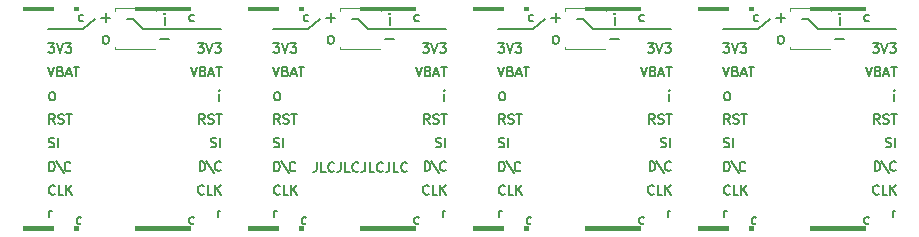
<source format=gto>
%TF.GenerationSoftware,KiCad,Pcbnew,(5.1.9)-1*%
%TF.CreationDate,2021-10-01T07:45:35+02:00*%
%TF.ProjectId,poly_kb_1Ux4,706f6c79-5f6b-4625-9f31-5578342e6b69,rev?*%
%TF.SameCoordinates,Original*%
%TF.FileFunction,Legend,Top*%
%TF.FilePolarity,Positive*%
%FSLAX46Y46*%
G04 Gerber Fmt 4.6, Leading zero omitted, Abs format (unit mm)*
G04 Created by KiCad (PCBNEW (5.1.9)-1) date 2021-10-01 07:45:35*
%MOMM*%
%LPD*%
G01*
G04 APERTURE LIST*
%ADD10C,0.153000*%
%ADD11C,0.150000*%
%ADD12C,0.180000*%
%ADD13C,0.127000*%
%ADD14C,0.120000*%
%ADD15R,0.950000X0.800000*%
%ADD16C,1.700000*%
%ADD17C,4.000000*%
%ADD18C,2.200000*%
%ADD19R,2.000000X1.500000*%
%ADD20R,1.500000X1.500000*%
G04 APERTURE END LIST*
D10*
X166808291Y-90527770D02*
X167074957Y-91327770D01*
X167341624Y-90527770D01*
X167874957Y-90908723D02*
X167989243Y-90946818D01*
X168027338Y-90984913D01*
X168065434Y-91061104D01*
X168065434Y-91175389D01*
X168027338Y-91251580D01*
X167989243Y-91289675D01*
X167913053Y-91327770D01*
X167608291Y-91327770D01*
X167608291Y-90527770D01*
X167874957Y-90527770D01*
X167951148Y-90565866D01*
X167989243Y-90603961D01*
X168027338Y-90680151D01*
X168027338Y-90756342D01*
X167989243Y-90832532D01*
X167951148Y-90870627D01*
X167874957Y-90908723D01*
X167608291Y-90908723D01*
X168370196Y-91099199D02*
X168751148Y-91099199D01*
X168294005Y-91327770D02*
X168560672Y-90527770D01*
X168827338Y-91327770D01*
X168979719Y-90527770D02*
X169436862Y-90527770D01*
X169208291Y-91327770D02*
X169208291Y-90527770D01*
X147758291Y-90527770D02*
X148024957Y-91327770D01*
X148291624Y-90527770D01*
X148824957Y-90908723D02*
X148939243Y-90946818D01*
X148977338Y-90984913D01*
X149015434Y-91061104D01*
X149015434Y-91175389D01*
X148977338Y-91251580D01*
X148939243Y-91289675D01*
X148863053Y-91327770D01*
X148558291Y-91327770D01*
X148558291Y-90527770D01*
X148824957Y-90527770D01*
X148901148Y-90565866D01*
X148939243Y-90603961D01*
X148977338Y-90680151D01*
X148977338Y-90756342D01*
X148939243Y-90832532D01*
X148901148Y-90870627D01*
X148824957Y-90908723D01*
X148558291Y-90908723D01*
X149320196Y-91099199D02*
X149701148Y-91099199D01*
X149244005Y-91327770D02*
X149510672Y-90527770D01*
X149777338Y-91327770D01*
X149929719Y-90527770D02*
X150386862Y-90527770D01*
X150158291Y-91327770D02*
X150158291Y-90527770D01*
X128708291Y-90527770D02*
X128974957Y-91327770D01*
X129241624Y-90527770D01*
X129774957Y-90908723D02*
X129889243Y-90946818D01*
X129927338Y-90984913D01*
X129965434Y-91061104D01*
X129965434Y-91175389D01*
X129927338Y-91251580D01*
X129889243Y-91289675D01*
X129813053Y-91327770D01*
X129508291Y-91327770D01*
X129508291Y-90527770D01*
X129774957Y-90527770D01*
X129851148Y-90565866D01*
X129889243Y-90603961D01*
X129927338Y-90680151D01*
X129927338Y-90756342D01*
X129889243Y-90832532D01*
X129851148Y-90870627D01*
X129774957Y-90908723D01*
X129508291Y-90908723D01*
X130270196Y-91099199D02*
X130651148Y-91099199D01*
X130194005Y-91327770D02*
X130460672Y-90527770D01*
X130727338Y-91327770D01*
X130879719Y-90527770D02*
X131336862Y-90527770D01*
X131108291Y-91327770D02*
X131108291Y-90527770D01*
X169252900Y-93454480D02*
X169252900Y-92787814D01*
X169252900Y-92454480D02*
X169205280Y-92502100D01*
X169252900Y-92549719D01*
X169300519Y-92502100D01*
X169252900Y-92454480D01*
X169252900Y-92549719D01*
X150202900Y-93454480D02*
X150202900Y-92787814D01*
X150202900Y-92454480D02*
X150155280Y-92502100D01*
X150202900Y-92549719D01*
X150250519Y-92502100D01*
X150202900Y-92454480D01*
X150202900Y-92549719D01*
X131152900Y-93454480D02*
X131152900Y-92787814D01*
X131152900Y-92454480D02*
X131105280Y-92502100D01*
X131152900Y-92549719D01*
X131200519Y-92502100D01*
X131152900Y-92454480D01*
X131152900Y-92549719D01*
X168522576Y-97296773D02*
X168636862Y-97334868D01*
X168827338Y-97334868D01*
X168903528Y-97296773D01*
X168941624Y-97258678D01*
X168979719Y-97182487D01*
X168979719Y-97106297D01*
X168941624Y-97030106D01*
X168903528Y-96992011D01*
X168827338Y-96953916D01*
X168674957Y-96915821D01*
X168598766Y-96877725D01*
X168560671Y-96839630D01*
X168522576Y-96763440D01*
X168522576Y-96687249D01*
X168560671Y-96611059D01*
X168598766Y-96572964D01*
X168674957Y-96534868D01*
X168865433Y-96534868D01*
X168979719Y-96572964D01*
X169322576Y-97334868D02*
X169322576Y-96534868D01*
X149472576Y-97296773D02*
X149586862Y-97334868D01*
X149777338Y-97334868D01*
X149853528Y-97296773D01*
X149891624Y-97258678D01*
X149929719Y-97182487D01*
X149929719Y-97106297D01*
X149891624Y-97030106D01*
X149853528Y-96992011D01*
X149777338Y-96953916D01*
X149624957Y-96915821D01*
X149548766Y-96877725D01*
X149510671Y-96839630D01*
X149472576Y-96763440D01*
X149472576Y-96687249D01*
X149510671Y-96611059D01*
X149548766Y-96572964D01*
X149624957Y-96534868D01*
X149815433Y-96534868D01*
X149929719Y-96572964D01*
X150272576Y-97334868D02*
X150272576Y-96534868D01*
X130422576Y-97296773D02*
X130536862Y-97334868D01*
X130727338Y-97334868D01*
X130803528Y-97296773D01*
X130841624Y-97258678D01*
X130879719Y-97182487D01*
X130879719Y-97106297D01*
X130841624Y-97030106D01*
X130803528Y-96992011D01*
X130727338Y-96953916D01*
X130574957Y-96915821D01*
X130498766Y-96877725D01*
X130460671Y-96839630D01*
X130422576Y-96763440D01*
X130422576Y-96687249D01*
X130460671Y-96611059D01*
X130498766Y-96572964D01*
X130574957Y-96534868D01*
X130765433Y-96534868D01*
X130879719Y-96572964D01*
X131222576Y-97334868D02*
X131222576Y-96534868D01*
X167570195Y-99337234D02*
X167570195Y-98537234D01*
X167760671Y-98537234D01*
X167874957Y-98575330D01*
X167951147Y-98651520D01*
X167989243Y-98727710D01*
X168027338Y-98880091D01*
X168027338Y-98994377D01*
X167989243Y-99146758D01*
X167951147Y-99222949D01*
X167874957Y-99299139D01*
X167760671Y-99337234D01*
X167570195Y-99337234D01*
X168103528Y-98461044D02*
X168789243Y-99489615D01*
X169360671Y-99261044D02*
X169322576Y-99299139D01*
X169208290Y-99337234D01*
X169132100Y-99337234D01*
X169017814Y-99299139D01*
X168941624Y-99222949D01*
X168903528Y-99146758D01*
X168865433Y-98994377D01*
X168865433Y-98880091D01*
X168903528Y-98727710D01*
X168941624Y-98651520D01*
X169017814Y-98575330D01*
X169132100Y-98537234D01*
X169208290Y-98537234D01*
X169322576Y-98575330D01*
X169360671Y-98613425D01*
X148520195Y-99337234D02*
X148520195Y-98537234D01*
X148710671Y-98537234D01*
X148824957Y-98575330D01*
X148901147Y-98651520D01*
X148939243Y-98727710D01*
X148977338Y-98880091D01*
X148977338Y-98994377D01*
X148939243Y-99146758D01*
X148901147Y-99222949D01*
X148824957Y-99299139D01*
X148710671Y-99337234D01*
X148520195Y-99337234D01*
X149053528Y-98461044D02*
X149739243Y-99489615D01*
X150310671Y-99261044D02*
X150272576Y-99299139D01*
X150158290Y-99337234D01*
X150082100Y-99337234D01*
X149967814Y-99299139D01*
X149891624Y-99222949D01*
X149853528Y-99146758D01*
X149815433Y-98994377D01*
X149815433Y-98880091D01*
X149853528Y-98727710D01*
X149891624Y-98651520D01*
X149967814Y-98575330D01*
X150082100Y-98537234D01*
X150158290Y-98537234D01*
X150272576Y-98575330D01*
X150310671Y-98613425D01*
X129470195Y-99337234D02*
X129470195Y-98537234D01*
X129660671Y-98537234D01*
X129774957Y-98575330D01*
X129851147Y-98651520D01*
X129889243Y-98727710D01*
X129927338Y-98880091D01*
X129927338Y-98994377D01*
X129889243Y-99146758D01*
X129851147Y-99222949D01*
X129774957Y-99299139D01*
X129660671Y-99337234D01*
X129470195Y-99337234D01*
X130003528Y-98461044D02*
X130689243Y-99489615D01*
X131260671Y-99261044D02*
X131222576Y-99299139D01*
X131108290Y-99337234D01*
X131032100Y-99337234D01*
X130917814Y-99299139D01*
X130841624Y-99222949D01*
X130803528Y-99146758D01*
X130765433Y-98994377D01*
X130765433Y-98880091D01*
X130803528Y-98727710D01*
X130841624Y-98651520D01*
X130917814Y-98575330D01*
X131032100Y-98537234D01*
X131108290Y-98537234D01*
X131222576Y-98575330D01*
X131260671Y-98613425D01*
X169106857Y-103231904D02*
X169106857Y-102698571D01*
X169106857Y-102850952D02*
X169144952Y-102774761D01*
X169183047Y-102736666D01*
X169259238Y-102698571D01*
X169335428Y-102698571D01*
X150056857Y-103231904D02*
X150056857Y-102698571D01*
X150056857Y-102850952D02*
X150094952Y-102774761D01*
X150133047Y-102736666D01*
X150209238Y-102698571D01*
X150285428Y-102698571D01*
X131006857Y-103231904D02*
X131006857Y-102698571D01*
X131006857Y-102850952D02*
X131044952Y-102774761D01*
X131083047Y-102736666D01*
X131159238Y-102698571D01*
X131235428Y-102698571D01*
X167417814Y-88525404D02*
X167913052Y-88525404D01*
X167646386Y-88830166D01*
X167760671Y-88830166D01*
X167836862Y-88868261D01*
X167874957Y-88906357D01*
X167913052Y-88982547D01*
X167913052Y-89173023D01*
X167874957Y-89249214D01*
X167836862Y-89287309D01*
X167760671Y-89325404D01*
X167532100Y-89325404D01*
X167455910Y-89287309D01*
X167417814Y-89249214D01*
X168141624Y-88525404D02*
X168408291Y-89325404D01*
X168674957Y-88525404D01*
X168865433Y-88525404D02*
X169360671Y-88525404D01*
X169094005Y-88830166D01*
X169208291Y-88830166D01*
X169284481Y-88868261D01*
X169322576Y-88906357D01*
X169360671Y-88982547D01*
X169360671Y-89173023D01*
X169322576Y-89249214D01*
X169284481Y-89287309D01*
X169208291Y-89325404D01*
X168979719Y-89325404D01*
X168903529Y-89287309D01*
X168865433Y-89249214D01*
X148367814Y-88525404D02*
X148863052Y-88525404D01*
X148596386Y-88830166D01*
X148710671Y-88830166D01*
X148786862Y-88868261D01*
X148824957Y-88906357D01*
X148863052Y-88982547D01*
X148863052Y-89173023D01*
X148824957Y-89249214D01*
X148786862Y-89287309D01*
X148710671Y-89325404D01*
X148482100Y-89325404D01*
X148405910Y-89287309D01*
X148367814Y-89249214D01*
X149091624Y-88525404D02*
X149358291Y-89325404D01*
X149624957Y-88525404D01*
X149815433Y-88525404D02*
X150310671Y-88525404D01*
X150044005Y-88830166D01*
X150158291Y-88830166D01*
X150234481Y-88868261D01*
X150272576Y-88906357D01*
X150310671Y-88982547D01*
X150310671Y-89173023D01*
X150272576Y-89249214D01*
X150234481Y-89287309D01*
X150158291Y-89325404D01*
X149929719Y-89325404D01*
X149853529Y-89287309D01*
X149815433Y-89249214D01*
X129317814Y-88525404D02*
X129813052Y-88525404D01*
X129546386Y-88830166D01*
X129660671Y-88830166D01*
X129736862Y-88868261D01*
X129774957Y-88906357D01*
X129813052Y-88982547D01*
X129813052Y-89173023D01*
X129774957Y-89249214D01*
X129736862Y-89287309D01*
X129660671Y-89325404D01*
X129432100Y-89325404D01*
X129355910Y-89287309D01*
X129317814Y-89249214D01*
X130041624Y-88525404D02*
X130308291Y-89325404D01*
X130574957Y-88525404D01*
X130765433Y-88525404D02*
X131260671Y-88525404D01*
X130994005Y-88830166D01*
X131108291Y-88830166D01*
X131184481Y-88868261D01*
X131222576Y-88906357D01*
X131260671Y-88982547D01*
X131260671Y-89173023D01*
X131222576Y-89249214D01*
X131184481Y-89287309D01*
X131108291Y-89325404D01*
X130879719Y-89325404D01*
X130803529Y-89287309D01*
X130765433Y-89249214D01*
X167989242Y-95332502D02*
X167722576Y-94951550D01*
X167532099Y-95332502D02*
X167532099Y-94532502D01*
X167836861Y-94532502D01*
X167913052Y-94570598D01*
X167951147Y-94608693D01*
X167989242Y-94684883D01*
X167989242Y-94799169D01*
X167951147Y-94875359D01*
X167913052Y-94913455D01*
X167836861Y-94951550D01*
X167532099Y-94951550D01*
X168294004Y-95294407D02*
X168408290Y-95332502D01*
X168598766Y-95332502D01*
X168674957Y-95294407D01*
X168713052Y-95256312D01*
X168751147Y-95180121D01*
X168751147Y-95103931D01*
X168713052Y-95027740D01*
X168674957Y-94989645D01*
X168598766Y-94951550D01*
X168446385Y-94913455D01*
X168370195Y-94875359D01*
X168332099Y-94837264D01*
X168294004Y-94761074D01*
X168294004Y-94684883D01*
X168332099Y-94608693D01*
X168370195Y-94570598D01*
X168446385Y-94532502D01*
X168636861Y-94532502D01*
X168751147Y-94570598D01*
X168979718Y-94532502D02*
X169436861Y-94532502D01*
X169208290Y-95332502D02*
X169208290Y-94532502D01*
X148939242Y-95332502D02*
X148672576Y-94951550D01*
X148482099Y-95332502D02*
X148482099Y-94532502D01*
X148786861Y-94532502D01*
X148863052Y-94570598D01*
X148901147Y-94608693D01*
X148939242Y-94684883D01*
X148939242Y-94799169D01*
X148901147Y-94875359D01*
X148863052Y-94913455D01*
X148786861Y-94951550D01*
X148482099Y-94951550D01*
X149244004Y-95294407D02*
X149358290Y-95332502D01*
X149548766Y-95332502D01*
X149624957Y-95294407D01*
X149663052Y-95256312D01*
X149701147Y-95180121D01*
X149701147Y-95103931D01*
X149663052Y-95027740D01*
X149624957Y-94989645D01*
X149548766Y-94951550D01*
X149396385Y-94913455D01*
X149320195Y-94875359D01*
X149282099Y-94837264D01*
X149244004Y-94761074D01*
X149244004Y-94684883D01*
X149282099Y-94608693D01*
X149320195Y-94570598D01*
X149396385Y-94532502D01*
X149586861Y-94532502D01*
X149701147Y-94570598D01*
X149929718Y-94532502D02*
X150386861Y-94532502D01*
X150158290Y-95332502D02*
X150158290Y-94532502D01*
X129889242Y-95332502D02*
X129622576Y-94951550D01*
X129432099Y-95332502D02*
X129432099Y-94532502D01*
X129736861Y-94532502D01*
X129813052Y-94570598D01*
X129851147Y-94608693D01*
X129889242Y-94684883D01*
X129889242Y-94799169D01*
X129851147Y-94875359D01*
X129813052Y-94913455D01*
X129736861Y-94951550D01*
X129432099Y-94951550D01*
X130194004Y-95294407D02*
X130308290Y-95332502D01*
X130498766Y-95332502D01*
X130574957Y-95294407D01*
X130613052Y-95256312D01*
X130651147Y-95180121D01*
X130651147Y-95103931D01*
X130613052Y-95027740D01*
X130574957Y-94989645D01*
X130498766Y-94951550D01*
X130346385Y-94913455D01*
X130270195Y-94875359D01*
X130232099Y-94837264D01*
X130194004Y-94761074D01*
X130194004Y-94684883D01*
X130232099Y-94608693D01*
X130270195Y-94570598D01*
X130346385Y-94532502D01*
X130536861Y-94532502D01*
X130651147Y-94570598D01*
X130879718Y-94532502D02*
X131336861Y-94532502D01*
X131108290Y-95332502D02*
X131108290Y-94532502D01*
X167913052Y-101263414D02*
X167874957Y-101301509D01*
X167760671Y-101339604D01*
X167684481Y-101339604D01*
X167570195Y-101301509D01*
X167494004Y-101225319D01*
X167455909Y-101149128D01*
X167417814Y-100996747D01*
X167417814Y-100882461D01*
X167455909Y-100730080D01*
X167494004Y-100653890D01*
X167570195Y-100577700D01*
X167684481Y-100539604D01*
X167760671Y-100539604D01*
X167874957Y-100577700D01*
X167913052Y-100615795D01*
X168636862Y-101339604D02*
X168255909Y-101339604D01*
X168255909Y-100539604D01*
X168903528Y-101339604D02*
X168903528Y-100539604D01*
X169360671Y-101339604D02*
X169017814Y-100882461D01*
X169360671Y-100539604D02*
X168903528Y-100996747D01*
X148863052Y-101263414D02*
X148824957Y-101301509D01*
X148710671Y-101339604D01*
X148634481Y-101339604D01*
X148520195Y-101301509D01*
X148444004Y-101225319D01*
X148405909Y-101149128D01*
X148367814Y-100996747D01*
X148367814Y-100882461D01*
X148405909Y-100730080D01*
X148444004Y-100653890D01*
X148520195Y-100577700D01*
X148634481Y-100539604D01*
X148710671Y-100539604D01*
X148824957Y-100577700D01*
X148863052Y-100615795D01*
X149586862Y-101339604D02*
X149205909Y-101339604D01*
X149205909Y-100539604D01*
X149853528Y-101339604D02*
X149853528Y-100539604D01*
X150310671Y-101339604D02*
X149967814Y-100882461D01*
X150310671Y-100539604D02*
X149853528Y-100996747D01*
X129813052Y-101263414D02*
X129774957Y-101301509D01*
X129660671Y-101339604D01*
X129584481Y-101339604D01*
X129470195Y-101301509D01*
X129394004Y-101225319D01*
X129355909Y-101149128D01*
X129317814Y-100996747D01*
X129317814Y-100882461D01*
X129355909Y-100730080D01*
X129394004Y-100653890D01*
X129470195Y-100577700D01*
X129584481Y-100539604D01*
X129660671Y-100539604D01*
X129774957Y-100577700D01*
X129813052Y-100615795D01*
X130536862Y-101339604D02*
X130155909Y-101339604D01*
X130155909Y-100539604D01*
X130803528Y-101339604D02*
X130803528Y-100539604D01*
X131260671Y-101339604D02*
X130917814Y-100882461D01*
X131260671Y-100539604D02*
X130803528Y-100996747D01*
X157733976Y-86620309D02*
X157657785Y-86658404D01*
X157505404Y-86658404D01*
X157429214Y-86620309D01*
X157391119Y-86582214D01*
X157353023Y-86506023D01*
X157353023Y-86277452D01*
X157391119Y-86201261D01*
X157429214Y-86163166D01*
X157505404Y-86125071D01*
X157657785Y-86125071D01*
X157733976Y-86163166D01*
X138683976Y-86620309D02*
X138607785Y-86658404D01*
X138455404Y-86658404D01*
X138379214Y-86620309D01*
X138341119Y-86582214D01*
X138303023Y-86506023D01*
X138303023Y-86277452D01*
X138341119Y-86201261D01*
X138379214Y-86163166D01*
X138455404Y-86125071D01*
X138607785Y-86125071D01*
X138683976Y-86163166D01*
X119633976Y-86620309D02*
X119557785Y-86658404D01*
X119405404Y-86658404D01*
X119329214Y-86620309D01*
X119291119Y-86582214D01*
X119253023Y-86506023D01*
X119253023Y-86277452D01*
X119291119Y-86201261D01*
X119329214Y-86163166D01*
X119405404Y-86125071D01*
X119557785Y-86125071D01*
X119633976Y-86163166D01*
X167068476Y-86620309D02*
X166992285Y-86658404D01*
X166839904Y-86658404D01*
X166763714Y-86620309D01*
X166725619Y-86582214D01*
X166687523Y-86506023D01*
X166687523Y-86277452D01*
X166725619Y-86201261D01*
X166763714Y-86163166D01*
X166839904Y-86125071D01*
X166992285Y-86125071D01*
X167068476Y-86163166D01*
X148018476Y-86620309D02*
X147942285Y-86658404D01*
X147789904Y-86658404D01*
X147713714Y-86620309D01*
X147675619Y-86582214D01*
X147637523Y-86506023D01*
X147637523Y-86277452D01*
X147675619Y-86201261D01*
X147713714Y-86163166D01*
X147789904Y-86125071D01*
X147942285Y-86125071D01*
X148018476Y-86163166D01*
X128968476Y-86620309D02*
X128892285Y-86658404D01*
X128739904Y-86658404D01*
X128663714Y-86620309D01*
X128625619Y-86582214D01*
X128587523Y-86506023D01*
X128587523Y-86277452D01*
X128625619Y-86201261D01*
X128663714Y-86163166D01*
X128739904Y-86125071D01*
X128892285Y-86125071D01*
X128968476Y-86163166D01*
X167068476Y-103765309D02*
X166992285Y-103803404D01*
X166839904Y-103803404D01*
X166763714Y-103765309D01*
X166725619Y-103727214D01*
X166687523Y-103651023D01*
X166687523Y-103422452D01*
X166725619Y-103346261D01*
X166763714Y-103308166D01*
X166839904Y-103270071D01*
X166992285Y-103270071D01*
X167068476Y-103308166D01*
X148018476Y-103765309D02*
X147942285Y-103803404D01*
X147789904Y-103803404D01*
X147713714Y-103765309D01*
X147675619Y-103727214D01*
X147637523Y-103651023D01*
X147637523Y-103422452D01*
X147675619Y-103346261D01*
X147713714Y-103308166D01*
X147789904Y-103270071D01*
X147942285Y-103270071D01*
X148018476Y-103308166D01*
X128968476Y-103765309D02*
X128892285Y-103803404D01*
X128739904Y-103803404D01*
X128663714Y-103765309D01*
X128625619Y-103727214D01*
X128587523Y-103651023D01*
X128587523Y-103422452D01*
X128625619Y-103346261D01*
X128663714Y-103308166D01*
X128739904Y-103270071D01*
X128892285Y-103270071D01*
X128968476Y-103308166D01*
D11*
X120320261Y-98621904D02*
X120320261Y-99193333D01*
X120282166Y-99307619D01*
X120205976Y-99383809D01*
X120091690Y-99421904D01*
X120015500Y-99421904D01*
X121082166Y-99421904D02*
X120701214Y-99421904D01*
X120701214Y-98621904D01*
X121805976Y-99345714D02*
X121767880Y-99383809D01*
X121653595Y-99421904D01*
X121577404Y-99421904D01*
X121463119Y-99383809D01*
X121386928Y-99307619D01*
X121348833Y-99231428D01*
X121310738Y-99079047D01*
X121310738Y-98964761D01*
X121348833Y-98812380D01*
X121386928Y-98736190D01*
X121463119Y-98660000D01*
X121577404Y-98621904D01*
X121653595Y-98621904D01*
X121767880Y-98660000D01*
X121805976Y-98698095D01*
X122377404Y-98621904D02*
X122377404Y-99193333D01*
X122339309Y-99307619D01*
X122263119Y-99383809D01*
X122148833Y-99421904D01*
X122072642Y-99421904D01*
X123139309Y-99421904D02*
X122758357Y-99421904D01*
X122758357Y-98621904D01*
X123863119Y-99345714D02*
X123825023Y-99383809D01*
X123710738Y-99421904D01*
X123634547Y-99421904D01*
X123520261Y-99383809D01*
X123444071Y-99307619D01*
X123405976Y-99231428D01*
X123367880Y-99079047D01*
X123367880Y-98964761D01*
X123405976Y-98812380D01*
X123444071Y-98736190D01*
X123520261Y-98660000D01*
X123634547Y-98621904D01*
X123710738Y-98621904D01*
X123825023Y-98660000D01*
X123863119Y-98698095D01*
X124434547Y-98621904D02*
X124434547Y-99193333D01*
X124396452Y-99307619D01*
X124320261Y-99383809D01*
X124205976Y-99421904D01*
X124129785Y-99421904D01*
X125196452Y-99421904D02*
X124815500Y-99421904D01*
X124815500Y-98621904D01*
X125920261Y-99345714D02*
X125882166Y-99383809D01*
X125767880Y-99421904D01*
X125691690Y-99421904D01*
X125577404Y-99383809D01*
X125501214Y-99307619D01*
X125463119Y-99231428D01*
X125425023Y-99079047D01*
X125425023Y-98964761D01*
X125463119Y-98812380D01*
X125501214Y-98736190D01*
X125577404Y-98660000D01*
X125691690Y-98621904D01*
X125767880Y-98621904D01*
X125882166Y-98660000D01*
X125920261Y-98698095D01*
X126491690Y-98621904D02*
X126491690Y-99193333D01*
X126453595Y-99307619D01*
X126377404Y-99383809D01*
X126263119Y-99421904D01*
X126186928Y-99421904D01*
X127253595Y-99421904D02*
X126872642Y-99421904D01*
X126872642Y-98621904D01*
X127977404Y-99345714D02*
X127939309Y-99383809D01*
X127825023Y-99421904D01*
X127748833Y-99421904D01*
X127634547Y-99383809D01*
X127558357Y-99307619D01*
X127520261Y-99231428D01*
X127482166Y-99079047D01*
X127482166Y-98964761D01*
X127520261Y-98812380D01*
X127558357Y-98736190D01*
X127634547Y-98660000D01*
X127748833Y-98621904D01*
X127825023Y-98621904D01*
X127939309Y-98660000D01*
X127977404Y-98698095D01*
D10*
X154806804Y-97313709D02*
X154921090Y-97351804D01*
X155111566Y-97351804D01*
X155187756Y-97313709D01*
X155225852Y-97275614D01*
X155263947Y-97199423D01*
X155263947Y-97123233D01*
X155225852Y-97047042D01*
X155187756Y-97008947D01*
X155111566Y-96970852D01*
X154959185Y-96932757D01*
X154882994Y-96894661D01*
X154844899Y-96856566D01*
X154806804Y-96780376D01*
X154806804Y-96704185D01*
X154844899Y-96627995D01*
X154882994Y-96589900D01*
X154959185Y-96551804D01*
X155149661Y-96551804D01*
X155263947Y-96589900D01*
X155606804Y-97351804D02*
X155606804Y-96551804D01*
X135756804Y-97313709D02*
X135871090Y-97351804D01*
X136061566Y-97351804D01*
X136137756Y-97313709D01*
X136175852Y-97275614D01*
X136213947Y-97199423D01*
X136213947Y-97123233D01*
X136175852Y-97047042D01*
X136137756Y-97008947D01*
X136061566Y-96970852D01*
X135909185Y-96932757D01*
X135832994Y-96894661D01*
X135794899Y-96856566D01*
X135756804Y-96780376D01*
X135756804Y-96704185D01*
X135794899Y-96627995D01*
X135832994Y-96589900D01*
X135909185Y-96551804D01*
X136099661Y-96551804D01*
X136213947Y-96589900D01*
X136556804Y-97351804D02*
X136556804Y-96551804D01*
X116706804Y-97313709D02*
X116821090Y-97351804D01*
X117011566Y-97351804D01*
X117087756Y-97313709D01*
X117125852Y-97275614D01*
X117163947Y-97199423D01*
X117163947Y-97123233D01*
X117125852Y-97047042D01*
X117087756Y-97008947D01*
X117011566Y-96970852D01*
X116859185Y-96932757D01*
X116782994Y-96894661D01*
X116744899Y-96856566D01*
X116706804Y-96780376D01*
X116706804Y-96704185D01*
X116744899Y-96627995D01*
X116782994Y-96589900D01*
X116859185Y-96551804D01*
X117049661Y-96551804D01*
X117163947Y-96589900D01*
X117506804Y-97351804D02*
X117506804Y-96551804D01*
X154730614Y-90532004D02*
X154997280Y-91332004D01*
X155263947Y-90532004D01*
X155797280Y-90912957D02*
X155911566Y-90951052D01*
X155949661Y-90989147D01*
X155987757Y-91065338D01*
X155987757Y-91179623D01*
X155949661Y-91255814D01*
X155911566Y-91293909D01*
X155835376Y-91332004D01*
X155530614Y-91332004D01*
X155530614Y-90532004D01*
X155797280Y-90532004D01*
X155873471Y-90570100D01*
X155911566Y-90608195D01*
X155949661Y-90684385D01*
X155949661Y-90760576D01*
X155911566Y-90836766D01*
X155873471Y-90874861D01*
X155797280Y-90912957D01*
X155530614Y-90912957D01*
X156292519Y-91103433D02*
X156673471Y-91103433D01*
X156216328Y-91332004D02*
X156482995Y-90532004D01*
X156749661Y-91332004D01*
X156902042Y-90532004D02*
X157359185Y-90532004D01*
X157130614Y-91332004D02*
X157130614Y-90532004D01*
X135680614Y-90532004D02*
X135947280Y-91332004D01*
X136213947Y-90532004D01*
X136747280Y-90912957D02*
X136861566Y-90951052D01*
X136899661Y-90989147D01*
X136937757Y-91065338D01*
X136937757Y-91179623D01*
X136899661Y-91255814D01*
X136861566Y-91293909D01*
X136785376Y-91332004D01*
X136480614Y-91332004D01*
X136480614Y-90532004D01*
X136747280Y-90532004D01*
X136823471Y-90570100D01*
X136861566Y-90608195D01*
X136899661Y-90684385D01*
X136899661Y-90760576D01*
X136861566Y-90836766D01*
X136823471Y-90874861D01*
X136747280Y-90912957D01*
X136480614Y-90912957D01*
X137242519Y-91103433D02*
X137623471Y-91103433D01*
X137166328Y-91332004D02*
X137432995Y-90532004D01*
X137699661Y-91332004D01*
X137852042Y-90532004D02*
X138309185Y-90532004D01*
X138080614Y-91332004D02*
X138080614Y-90532004D01*
X116630614Y-90532004D02*
X116897280Y-91332004D01*
X117163947Y-90532004D01*
X117697280Y-90912957D02*
X117811566Y-90951052D01*
X117849661Y-90989147D01*
X117887757Y-91065338D01*
X117887757Y-91179623D01*
X117849661Y-91255814D01*
X117811566Y-91293909D01*
X117735376Y-91332004D01*
X117430614Y-91332004D01*
X117430614Y-90532004D01*
X117697280Y-90532004D01*
X117773471Y-90570100D01*
X117811566Y-90608195D01*
X117849661Y-90684385D01*
X117849661Y-90760576D01*
X117811566Y-90836766D01*
X117773471Y-90874861D01*
X117697280Y-90912957D01*
X117430614Y-90912957D01*
X118192519Y-91103433D02*
X118573471Y-91103433D01*
X118116328Y-91332004D02*
X118382995Y-90532004D01*
X118649661Y-91332004D01*
X118802042Y-90532004D02*
X119259185Y-90532004D01*
X119030614Y-91332004D02*
X119030614Y-90532004D01*
X154819357Y-103231904D02*
X154819357Y-102698571D01*
X154819357Y-102850952D02*
X154857452Y-102774761D01*
X154895547Y-102736666D01*
X154971738Y-102698571D01*
X155047928Y-102698571D01*
X135769357Y-103231904D02*
X135769357Y-102698571D01*
X135769357Y-102850952D02*
X135807452Y-102774761D01*
X135845547Y-102736666D01*
X135921738Y-102698571D01*
X135997928Y-102698571D01*
X116719357Y-103231904D02*
X116719357Y-102698571D01*
X116719357Y-102850952D02*
X116757452Y-102774761D01*
X116795547Y-102736666D01*
X116871738Y-102698571D01*
X116947928Y-102698571D01*
X155302042Y-101288814D02*
X155263947Y-101326909D01*
X155149661Y-101365004D01*
X155073471Y-101365004D01*
X154959185Y-101326909D01*
X154882994Y-101250719D01*
X154844899Y-101174528D01*
X154806804Y-101022147D01*
X154806804Y-100907861D01*
X154844899Y-100755480D01*
X154882994Y-100679290D01*
X154959185Y-100603100D01*
X155073471Y-100565004D01*
X155149661Y-100565004D01*
X155263947Y-100603100D01*
X155302042Y-100641195D01*
X156025852Y-101365004D02*
X155644899Y-101365004D01*
X155644899Y-100565004D01*
X156292518Y-101365004D02*
X156292518Y-100565004D01*
X156749661Y-101365004D02*
X156406804Y-100907861D01*
X156749661Y-100565004D02*
X156292518Y-101022147D01*
X136252042Y-101288814D02*
X136213947Y-101326909D01*
X136099661Y-101365004D01*
X136023471Y-101365004D01*
X135909185Y-101326909D01*
X135832994Y-101250719D01*
X135794899Y-101174528D01*
X135756804Y-101022147D01*
X135756804Y-100907861D01*
X135794899Y-100755480D01*
X135832994Y-100679290D01*
X135909185Y-100603100D01*
X136023471Y-100565004D01*
X136099661Y-100565004D01*
X136213947Y-100603100D01*
X136252042Y-100641195D01*
X136975852Y-101365004D02*
X136594899Y-101365004D01*
X136594899Y-100565004D01*
X137242518Y-101365004D02*
X137242518Y-100565004D01*
X137699661Y-101365004D02*
X137356804Y-100907861D01*
X137699661Y-100565004D02*
X137242518Y-101022147D01*
X117202042Y-101288814D02*
X117163947Y-101326909D01*
X117049661Y-101365004D01*
X116973471Y-101365004D01*
X116859185Y-101326909D01*
X116782994Y-101250719D01*
X116744899Y-101174528D01*
X116706804Y-101022147D01*
X116706804Y-100907861D01*
X116744899Y-100755480D01*
X116782994Y-100679290D01*
X116859185Y-100603100D01*
X116973471Y-100565004D01*
X117049661Y-100565004D01*
X117163947Y-100603100D01*
X117202042Y-100641195D01*
X117925852Y-101365004D02*
X117544899Y-101365004D01*
X117544899Y-100565004D01*
X118192518Y-101365004D02*
X118192518Y-100565004D01*
X118649661Y-101365004D02*
X118306804Y-100907861D01*
X118649661Y-100565004D02*
X118192518Y-101022147D01*
X154768709Y-88525404D02*
X155263947Y-88525404D01*
X154997281Y-88830166D01*
X155111566Y-88830166D01*
X155187757Y-88868261D01*
X155225852Y-88906357D01*
X155263947Y-88982547D01*
X155263947Y-89173023D01*
X155225852Y-89249214D01*
X155187757Y-89287309D01*
X155111566Y-89325404D01*
X154882995Y-89325404D01*
X154806805Y-89287309D01*
X154768709Y-89249214D01*
X155492519Y-88525404D02*
X155759186Y-89325404D01*
X156025852Y-88525404D01*
X156216328Y-88525404D02*
X156711566Y-88525404D01*
X156444900Y-88830166D01*
X156559186Y-88830166D01*
X156635376Y-88868261D01*
X156673471Y-88906357D01*
X156711566Y-88982547D01*
X156711566Y-89173023D01*
X156673471Y-89249214D01*
X156635376Y-89287309D01*
X156559186Y-89325404D01*
X156330614Y-89325404D01*
X156254424Y-89287309D01*
X156216328Y-89249214D01*
X135718709Y-88525404D02*
X136213947Y-88525404D01*
X135947281Y-88830166D01*
X136061566Y-88830166D01*
X136137757Y-88868261D01*
X136175852Y-88906357D01*
X136213947Y-88982547D01*
X136213947Y-89173023D01*
X136175852Y-89249214D01*
X136137757Y-89287309D01*
X136061566Y-89325404D01*
X135832995Y-89325404D01*
X135756805Y-89287309D01*
X135718709Y-89249214D01*
X136442519Y-88525404D02*
X136709186Y-89325404D01*
X136975852Y-88525404D01*
X137166328Y-88525404D02*
X137661566Y-88525404D01*
X137394900Y-88830166D01*
X137509186Y-88830166D01*
X137585376Y-88868261D01*
X137623471Y-88906357D01*
X137661566Y-88982547D01*
X137661566Y-89173023D01*
X137623471Y-89249214D01*
X137585376Y-89287309D01*
X137509186Y-89325404D01*
X137280614Y-89325404D01*
X137204424Y-89287309D01*
X137166328Y-89249214D01*
X116668709Y-88525404D02*
X117163947Y-88525404D01*
X116897281Y-88830166D01*
X117011566Y-88830166D01*
X117087757Y-88868261D01*
X117125852Y-88906357D01*
X117163947Y-88982547D01*
X117163947Y-89173023D01*
X117125852Y-89249214D01*
X117087757Y-89287309D01*
X117011566Y-89325404D01*
X116782995Y-89325404D01*
X116706805Y-89287309D01*
X116668709Y-89249214D01*
X117392519Y-88525404D02*
X117659186Y-89325404D01*
X117925852Y-88525404D01*
X118116328Y-88525404D02*
X118611566Y-88525404D01*
X118344900Y-88830166D01*
X118459186Y-88830166D01*
X118535376Y-88868261D01*
X118573471Y-88906357D01*
X118611566Y-88982547D01*
X118611566Y-89173023D01*
X118573471Y-89249214D01*
X118535376Y-89287309D01*
X118459186Y-89325404D01*
X118230614Y-89325404D01*
X118154424Y-89287309D01*
X118116328Y-89249214D01*
X155008271Y-93352880D02*
X154913033Y-93305261D01*
X154865414Y-93257642D01*
X154817795Y-93162404D01*
X154817795Y-92876690D01*
X154865414Y-92781452D01*
X154913033Y-92733833D01*
X155008271Y-92686214D01*
X155151128Y-92686214D01*
X155246366Y-92733833D01*
X155293985Y-92781452D01*
X155341604Y-92876690D01*
X155341604Y-93162404D01*
X155293985Y-93257642D01*
X155246366Y-93305261D01*
X155151128Y-93352880D01*
X155008271Y-93352880D01*
X135958271Y-93352880D02*
X135863033Y-93305261D01*
X135815414Y-93257642D01*
X135767795Y-93162404D01*
X135767795Y-92876690D01*
X135815414Y-92781452D01*
X135863033Y-92733833D01*
X135958271Y-92686214D01*
X136101128Y-92686214D01*
X136196366Y-92733833D01*
X136243985Y-92781452D01*
X136291604Y-92876690D01*
X136291604Y-93162404D01*
X136243985Y-93257642D01*
X136196366Y-93305261D01*
X136101128Y-93352880D01*
X135958271Y-93352880D01*
X116908271Y-93352880D02*
X116813033Y-93305261D01*
X116765414Y-93257642D01*
X116717795Y-93162404D01*
X116717795Y-92876690D01*
X116765414Y-92781452D01*
X116813033Y-92733833D01*
X116908271Y-92686214D01*
X117051128Y-92686214D01*
X117146366Y-92733833D01*
X117193985Y-92781452D01*
X117241604Y-92876690D01*
X117241604Y-93162404D01*
X117193985Y-93257642D01*
X117146366Y-93305261D01*
X117051128Y-93352880D01*
X116908271Y-93352880D01*
X155302042Y-95345204D02*
X155035376Y-94964252D01*
X154844899Y-95345204D02*
X154844899Y-94545204D01*
X155149661Y-94545204D01*
X155225852Y-94583300D01*
X155263947Y-94621395D01*
X155302042Y-94697585D01*
X155302042Y-94811871D01*
X155263947Y-94888061D01*
X155225852Y-94926157D01*
X155149661Y-94964252D01*
X154844899Y-94964252D01*
X155606804Y-95307109D02*
X155721090Y-95345204D01*
X155911566Y-95345204D01*
X155987757Y-95307109D01*
X156025852Y-95269014D01*
X156063947Y-95192823D01*
X156063947Y-95116633D01*
X156025852Y-95040442D01*
X155987757Y-95002347D01*
X155911566Y-94964252D01*
X155759185Y-94926157D01*
X155682995Y-94888061D01*
X155644899Y-94849966D01*
X155606804Y-94773776D01*
X155606804Y-94697585D01*
X155644899Y-94621395D01*
X155682995Y-94583300D01*
X155759185Y-94545204D01*
X155949661Y-94545204D01*
X156063947Y-94583300D01*
X156292518Y-94545204D02*
X156749661Y-94545204D01*
X156521090Y-95345204D02*
X156521090Y-94545204D01*
X136252042Y-95345204D02*
X135985376Y-94964252D01*
X135794899Y-95345204D02*
X135794899Y-94545204D01*
X136099661Y-94545204D01*
X136175852Y-94583300D01*
X136213947Y-94621395D01*
X136252042Y-94697585D01*
X136252042Y-94811871D01*
X136213947Y-94888061D01*
X136175852Y-94926157D01*
X136099661Y-94964252D01*
X135794899Y-94964252D01*
X136556804Y-95307109D02*
X136671090Y-95345204D01*
X136861566Y-95345204D01*
X136937757Y-95307109D01*
X136975852Y-95269014D01*
X137013947Y-95192823D01*
X137013947Y-95116633D01*
X136975852Y-95040442D01*
X136937757Y-95002347D01*
X136861566Y-94964252D01*
X136709185Y-94926157D01*
X136632995Y-94888061D01*
X136594899Y-94849966D01*
X136556804Y-94773776D01*
X136556804Y-94697585D01*
X136594899Y-94621395D01*
X136632995Y-94583300D01*
X136709185Y-94545204D01*
X136899661Y-94545204D01*
X137013947Y-94583300D01*
X137242518Y-94545204D02*
X137699661Y-94545204D01*
X137471090Y-95345204D02*
X137471090Y-94545204D01*
X117202042Y-95345204D02*
X116935376Y-94964252D01*
X116744899Y-95345204D02*
X116744899Y-94545204D01*
X117049661Y-94545204D01*
X117125852Y-94583300D01*
X117163947Y-94621395D01*
X117202042Y-94697585D01*
X117202042Y-94811871D01*
X117163947Y-94888061D01*
X117125852Y-94926157D01*
X117049661Y-94964252D01*
X116744899Y-94964252D01*
X117506804Y-95307109D02*
X117621090Y-95345204D01*
X117811566Y-95345204D01*
X117887757Y-95307109D01*
X117925852Y-95269014D01*
X117963947Y-95192823D01*
X117963947Y-95116633D01*
X117925852Y-95040442D01*
X117887757Y-95002347D01*
X117811566Y-94964252D01*
X117659185Y-94926157D01*
X117582995Y-94888061D01*
X117544899Y-94849966D01*
X117506804Y-94773776D01*
X117506804Y-94697585D01*
X117544899Y-94621395D01*
X117582995Y-94583300D01*
X117659185Y-94545204D01*
X117849661Y-94545204D01*
X117963947Y-94583300D01*
X118192518Y-94545204D02*
X118649661Y-94545204D01*
X118421090Y-95345204D02*
X118421090Y-94545204D01*
X154844899Y-99358404D02*
X154844899Y-98558404D01*
X155035375Y-98558404D01*
X155149661Y-98596500D01*
X155225851Y-98672690D01*
X155263947Y-98748880D01*
X155302042Y-98901261D01*
X155302042Y-99015547D01*
X155263947Y-99167928D01*
X155225851Y-99244119D01*
X155149661Y-99320309D01*
X155035375Y-99358404D01*
X154844899Y-99358404D01*
X155378232Y-98482214D02*
X156063947Y-99510785D01*
X156635375Y-99282214D02*
X156597280Y-99320309D01*
X156482994Y-99358404D01*
X156406804Y-99358404D01*
X156292518Y-99320309D01*
X156216328Y-99244119D01*
X156178232Y-99167928D01*
X156140137Y-99015547D01*
X156140137Y-98901261D01*
X156178232Y-98748880D01*
X156216328Y-98672690D01*
X156292518Y-98596500D01*
X156406804Y-98558404D01*
X156482994Y-98558404D01*
X156597280Y-98596500D01*
X156635375Y-98634595D01*
X135794899Y-99358404D02*
X135794899Y-98558404D01*
X135985375Y-98558404D01*
X136099661Y-98596500D01*
X136175851Y-98672690D01*
X136213947Y-98748880D01*
X136252042Y-98901261D01*
X136252042Y-99015547D01*
X136213947Y-99167928D01*
X136175851Y-99244119D01*
X136099661Y-99320309D01*
X135985375Y-99358404D01*
X135794899Y-99358404D01*
X136328232Y-98482214D02*
X137013947Y-99510785D01*
X137585375Y-99282214D02*
X137547280Y-99320309D01*
X137432994Y-99358404D01*
X137356804Y-99358404D01*
X137242518Y-99320309D01*
X137166328Y-99244119D01*
X137128232Y-99167928D01*
X137090137Y-99015547D01*
X137090137Y-98901261D01*
X137128232Y-98748880D01*
X137166328Y-98672690D01*
X137242518Y-98596500D01*
X137356804Y-98558404D01*
X137432994Y-98558404D01*
X137547280Y-98596500D01*
X137585375Y-98634595D01*
X116744899Y-99358404D02*
X116744899Y-98558404D01*
X116935375Y-98558404D01*
X117049661Y-98596500D01*
X117125851Y-98672690D01*
X117163947Y-98748880D01*
X117202042Y-98901261D01*
X117202042Y-99015547D01*
X117163947Y-99167928D01*
X117125851Y-99244119D01*
X117049661Y-99320309D01*
X116935375Y-99358404D01*
X116744899Y-99358404D01*
X117278232Y-98482214D02*
X117963947Y-99510785D01*
X118535375Y-99282214D02*
X118497280Y-99320309D01*
X118382994Y-99358404D01*
X118306804Y-99358404D01*
X118192518Y-99320309D01*
X118116328Y-99244119D01*
X118078232Y-99167928D01*
X118040137Y-99015547D01*
X118040137Y-98901261D01*
X118078232Y-98748880D01*
X118116328Y-98672690D01*
X118192518Y-98596500D01*
X118306804Y-98558404D01*
X118382994Y-98558404D01*
X118497280Y-98596500D01*
X118535375Y-98634595D01*
X157543476Y-103765309D02*
X157467285Y-103803404D01*
X157314904Y-103803404D01*
X157238714Y-103765309D01*
X157200619Y-103727214D01*
X157162523Y-103651023D01*
X157162523Y-103422452D01*
X157200619Y-103346261D01*
X157238714Y-103308166D01*
X157314904Y-103270071D01*
X157467285Y-103270071D01*
X157543476Y-103308166D01*
X138493476Y-103765309D02*
X138417285Y-103803404D01*
X138264904Y-103803404D01*
X138188714Y-103765309D01*
X138150619Y-103727214D01*
X138112523Y-103651023D01*
X138112523Y-103422452D01*
X138150619Y-103346261D01*
X138188714Y-103308166D01*
X138264904Y-103270071D01*
X138417285Y-103270071D01*
X138493476Y-103308166D01*
X119443476Y-103765309D02*
X119367285Y-103803404D01*
X119214904Y-103803404D01*
X119138714Y-103765309D01*
X119100619Y-103727214D01*
X119062523Y-103651023D01*
X119062523Y-103422452D01*
X119100619Y-103346261D01*
X119138714Y-103308166D01*
X119214904Y-103270071D01*
X119367285Y-103270071D01*
X119443476Y-103308166D01*
D12*
X169354500Y-87287100D02*
X162775900Y-87287100D01*
X150304500Y-87287100D02*
X143725900Y-87287100D01*
X131254500Y-87287100D02*
X124675900Y-87287100D01*
X157734000Y-87312500D02*
X158686500Y-86487000D01*
X138684000Y-87312500D02*
X139636500Y-86487000D01*
X119634000Y-87312500D02*
X120586500Y-86487000D01*
X154774900Y-87312500D02*
X157734000Y-87312500D01*
X135724900Y-87312500D02*
X138684000Y-87312500D01*
X116674900Y-87312500D02*
X119634000Y-87312500D01*
D13*
G36*
X166878000Y-85815500D02*
G01*
X162115500Y-85815500D01*
X162115500Y-85434500D01*
X166878000Y-85434500D01*
X166878000Y-85815500D01*
G37*
G36*
X147828000Y-85815500D02*
G01*
X143065500Y-85815500D01*
X143065500Y-85434500D01*
X147828000Y-85434500D01*
X147828000Y-85815500D01*
G37*
G36*
X128778000Y-85815500D02*
G01*
X124015500Y-85815500D01*
X124015500Y-85434500D01*
X128778000Y-85434500D01*
X128778000Y-85815500D01*
G37*
D12*
X161963100Y-86474300D02*
X161404300Y-86474300D01*
X142913100Y-86474300D02*
X142354300Y-86474300D01*
X123863100Y-86474300D02*
X123304300Y-86474300D01*
D13*
G36*
X157353000Y-104394000D02*
G01*
X156972000Y-104394000D01*
X156972000Y-104013000D01*
X157353000Y-104013000D01*
X157353000Y-104394000D01*
G37*
G36*
X138303000Y-104394000D02*
G01*
X137922000Y-104394000D01*
X137922000Y-104013000D01*
X138303000Y-104013000D01*
X138303000Y-104394000D01*
G37*
G36*
X119253000Y-104394000D02*
G01*
X118872000Y-104394000D01*
X118872000Y-104013000D01*
X119253000Y-104013000D01*
X119253000Y-104394000D01*
G37*
G36*
X155257500Y-104394000D02*
G01*
X152590500Y-104394000D01*
X152590500Y-104013000D01*
X155257500Y-104013000D01*
X155257500Y-104394000D01*
G37*
G36*
X136207500Y-104394000D02*
G01*
X133540500Y-104394000D01*
X133540500Y-104013000D01*
X136207500Y-104013000D01*
X136207500Y-104394000D01*
G37*
G36*
X117157500Y-104394000D02*
G01*
X114490500Y-104394000D01*
X114490500Y-104013000D01*
X117157500Y-104013000D01*
X117157500Y-104394000D01*
G37*
G36*
X155257500Y-85815500D02*
G01*
X152590500Y-85815500D01*
X152590500Y-85434500D01*
X155257500Y-85434500D01*
X155257500Y-85815500D01*
G37*
G36*
X136207500Y-85815500D02*
G01*
X133540500Y-85815500D01*
X133540500Y-85434500D01*
X136207500Y-85434500D01*
X136207500Y-85815500D01*
G37*
G36*
X117157500Y-85815500D02*
G01*
X114490500Y-85815500D01*
X114490500Y-85434500D01*
X117157500Y-85434500D01*
X117157500Y-85815500D01*
G37*
G36*
X157353000Y-85815500D02*
G01*
X156972000Y-85815500D01*
X156972000Y-85434500D01*
X157353000Y-85434500D01*
X157353000Y-85815500D01*
G37*
G36*
X138303000Y-85815500D02*
G01*
X137922000Y-85815500D01*
X137922000Y-85434500D01*
X138303000Y-85434500D01*
X138303000Y-85815500D01*
G37*
G36*
X119253000Y-85815500D02*
G01*
X118872000Y-85815500D01*
X118872000Y-85434500D01*
X119253000Y-85434500D01*
X119253000Y-85815500D01*
G37*
D12*
X162775900Y-87287100D02*
X161963100Y-86474300D01*
X143725900Y-87287100D02*
X142913100Y-86474300D01*
X124675900Y-87287100D02*
X123863100Y-86474300D01*
D13*
G36*
X166878000Y-104394000D02*
G01*
X162115500Y-104394000D01*
X162115500Y-104013000D01*
X166878000Y-104013000D01*
X166878000Y-104394000D01*
G37*
G36*
X147828000Y-104394000D02*
G01*
X143065500Y-104394000D01*
X143065500Y-104013000D01*
X147828000Y-104013000D01*
X147828000Y-104394000D01*
G37*
G36*
X128778000Y-104394000D02*
G01*
X124015500Y-104394000D01*
X124015500Y-104013000D01*
X128778000Y-104013000D01*
X128778000Y-104394000D01*
G37*
D10*
X109918476Y-103765309D02*
X109842285Y-103803404D01*
X109689904Y-103803404D01*
X109613714Y-103765309D01*
X109575619Y-103727214D01*
X109537523Y-103651023D01*
X109537523Y-103422452D01*
X109575619Y-103346261D01*
X109613714Y-103308166D01*
X109689904Y-103270071D01*
X109842285Y-103270071D01*
X109918476Y-103308166D01*
D13*
G36*
X100203000Y-85815500D02*
G01*
X99822000Y-85815500D01*
X99822000Y-85434500D01*
X100203000Y-85434500D01*
X100203000Y-85815500D01*
G37*
G36*
X98107500Y-85815500D02*
G01*
X95440500Y-85815500D01*
X95440500Y-85434500D01*
X98107500Y-85434500D01*
X98107500Y-85815500D01*
G37*
G36*
X98107500Y-104394000D02*
G01*
X95440500Y-104394000D01*
X95440500Y-104013000D01*
X98107500Y-104013000D01*
X98107500Y-104394000D01*
G37*
G36*
X100203000Y-104394000D02*
G01*
X99822000Y-104394000D01*
X99822000Y-104013000D01*
X100203000Y-104013000D01*
X100203000Y-104394000D01*
G37*
G36*
X109728000Y-85815500D02*
G01*
X104965500Y-85815500D01*
X104965500Y-85434500D01*
X109728000Y-85434500D01*
X109728000Y-85815500D01*
G37*
G36*
X109728000Y-104394000D02*
G01*
X104965500Y-104394000D01*
X104965500Y-104013000D01*
X109728000Y-104013000D01*
X109728000Y-104394000D01*
G37*
D12*
X104813100Y-86474300D02*
X104254300Y-86474300D01*
X105625900Y-87287100D02*
X104813100Y-86474300D01*
X112204500Y-87287100D02*
X105625900Y-87287100D01*
X100584000Y-87312500D02*
X101536500Y-86487000D01*
X97624900Y-87312500D02*
X100584000Y-87312500D01*
D10*
X111956857Y-103231904D02*
X111956857Y-102698571D01*
X111956857Y-102850952D02*
X111994952Y-102774761D01*
X112033047Y-102736666D01*
X112109238Y-102698571D01*
X112185428Y-102698571D01*
X110763052Y-101263414D02*
X110724957Y-101301509D01*
X110610671Y-101339604D01*
X110534481Y-101339604D01*
X110420195Y-101301509D01*
X110344004Y-101225319D01*
X110305909Y-101149128D01*
X110267814Y-100996747D01*
X110267814Y-100882461D01*
X110305909Y-100730080D01*
X110344004Y-100653890D01*
X110420195Y-100577700D01*
X110534481Y-100539604D01*
X110610671Y-100539604D01*
X110724957Y-100577700D01*
X110763052Y-100615795D01*
X111486862Y-101339604D02*
X111105909Y-101339604D01*
X111105909Y-100539604D01*
X111753528Y-101339604D02*
X111753528Y-100539604D01*
X112210671Y-101339604D02*
X111867814Y-100882461D01*
X112210671Y-100539604D02*
X111753528Y-100996747D01*
X110420195Y-99337234D02*
X110420195Y-98537234D01*
X110610671Y-98537234D01*
X110724957Y-98575330D01*
X110801147Y-98651520D01*
X110839243Y-98727710D01*
X110877338Y-98880091D01*
X110877338Y-98994377D01*
X110839243Y-99146758D01*
X110801147Y-99222949D01*
X110724957Y-99299139D01*
X110610671Y-99337234D01*
X110420195Y-99337234D01*
X110953528Y-98461044D02*
X111639243Y-99489615D01*
X112210671Y-99261044D02*
X112172576Y-99299139D01*
X112058290Y-99337234D01*
X111982100Y-99337234D01*
X111867814Y-99299139D01*
X111791624Y-99222949D01*
X111753528Y-99146758D01*
X111715433Y-98994377D01*
X111715433Y-98880091D01*
X111753528Y-98727710D01*
X111791624Y-98651520D01*
X111867814Y-98575330D01*
X111982100Y-98537234D01*
X112058290Y-98537234D01*
X112172576Y-98575330D01*
X112210671Y-98613425D01*
X111372576Y-97296773D02*
X111486862Y-97334868D01*
X111677338Y-97334868D01*
X111753528Y-97296773D01*
X111791624Y-97258678D01*
X111829719Y-97182487D01*
X111829719Y-97106297D01*
X111791624Y-97030106D01*
X111753528Y-96992011D01*
X111677338Y-96953916D01*
X111524957Y-96915821D01*
X111448766Y-96877725D01*
X111410671Y-96839630D01*
X111372576Y-96763440D01*
X111372576Y-96687249D01*
X111410671Y-96611059D01*
X111448766Y-96572964D01*
X111524957Y-96534868D01*
X111715433Y-96534868D01*
X111829719Y-96572964D01*
X112172576Y-97334868D02*
X112172576Y-96534868D01*
X110839242Y-95332502D02*
X110572576Y-94951550D01*
X110382099Y-95332502D02*
X110382099Y-94532502D01*
X110686861Y-94532502D01*
X110763052Y-94570598D01*
X110801147Y-94608693D01*
X110839242Y-94684883D01*
X110839242Y-94799169D01*
X110801147Y-94875359D01*
X110763052Y-94913455D01*
X110686861Y-94951550D01*
X110382099Y-94951550D01*
X111144004Y-95294407D02*
X111258290Y-95332502D01*
X111448766Y-95332502D01*
X111524957Y-95294407D01*
X111563052Y-95256312D01*
X111601147Y-95180121D01*
X111601147Y-95103931D01*
X111563052Y-95027740D01*
X111524957Y-94989645D01*
X111448766Y-94951550D01*
X111296385Y-94913455D01*
X111220195Y-94875359D01*
X111182099Y-94837264D01*
X111144004Y-94761074D01*
X111144004Y-94684883D01*
X111182099Y-94608693D01*
X111220195Y-94570598D01*
X111296385Y-94532502D01*
X111486861Y-94532502D01*
X111601147Y-94570598D01*
X111829718Y-94532502D02*
X112286861Y-94532502D01*
X112058290Y-95332502D02*
X112058290Y-94532502D01*
X112102900Y-93454480D02*
X112102900Y-92787814D01*
X112102900Y-92454480D02*
X112055280Y-92502100D01*
X112102900Y-92549719D01*
X112150519Y-92502100D01*
X112102900Y-92454480D01*
X112102900Y-92549719D01*
X109658291Y-90527770D02*
X109924957Y-91327770D01*
X110191624Y-90527770D01*
X110724957Y-90908723D02*
X110839243Y-90946818D01*
X110877338Y-90984913D01*
X110915434Y-91061104D01*
X110915434Y-91175389D01*
X110877338Y-91251580D01*
X110839243Y-91289675D01*
X110763053Y-91327770D01*
X110458291Y-91327770D01*
X110458291Y-90527770D01*
X110724957Y-90527770D01*
X110801148Y-90565866D01*
X110839243Y-90603961D01*
X110877338Y-90680151D01*
X110877338Y-90756342D01*
X110839243Y-90832532D01*
X110801148Y-90870627D01*
X110724957Y-90908723D01*
X110458291Y-90908723D01*
X111220196Y-91099199D02*
X111601148Y-91099199D01*
X111144005Y-91327770D02*
X111410672Y-90527770D01*
X111677338Y-91327770D01*
X111829719Y-90527770D02*
X112286862Y-90527770D01*
X112058291Y-91327770D02*
X112058291Y-90527770D01*
X110267814Y-88525404D02*
X110763052Y-88525404D01*
X110496386Y-88830166D01*
X110610671Y-88830166D01*
X110686862Y-88868261D01*
X110724957Y-88906357D01*
X110763052Y-88982547D01*
X110763052Y-89173023D01*
X110724957Y-89249214D01*
X110686862Y-89287309D01*
X110610671Y-89325404D01*
X110382100Y-89325404D01*
X110305910Y-89287309D01*
X110267814Y-89249214D01*
X110991624Y-88525404D02*
X111258291Y-89325404D01*
X111524957Y-88525404D01*
X111715433Y-88525404D02*
X112210671Y-88525404D01*
X111944005Y-88830166D01*
X112058291Y-88830166D01*
X112134481Y-88868261D01*
X112172576Y-88906357D01*
X112210671Y-88982547D01*
X112210671Y-89173023D01*
X112172576Y-89249214D01*
X112134481Y-89287309D01*
X112058291Y-89325404D01*
X111829719Y-89325404D01*
X111753529Y-89287309D01*
X111715433Y-89249214D01*
X109918476Y-86620309D02*
X109842285Y-86658404D01*
X109689904Y-86658404D01*
X109613714Y-86620309D01*
X109575619Y-86582214D01*
X109537523Y-86506023D01*
X109537523Y-86277452D01*
X109575619Y-86201261D01*
X109613714Y-86163166D01*
X109689904Y-86125071D01*
X109842285Y-86125071D01*
X109918476Y-86163166D01*
X100583976Y-86620309D02*
X100507785Y-86658404D01*
X100355404Y-86658404D01*
X100279214Y-86620309D01*
X100241119Y-86582214D01*
X100203023Y-86506023D01*
X100203023Y-86277452D01*
X100241119Y-86201261D01*
X100279214Y-86163166D01*
X100355404Y-86125071D01*
X100507785Y-86125071D01*
X100583976Y-86163166D01*
X100393476Y-103765309D02*
X100317285Y-103803404D01*
X100164904Y-103803404D01*
X100088714Y-103765309D01*
X100050619Y-103727214D01*
X100012523Y-103651023D01*
X100012523Y-103422452D01*
X100050619Y-103346261D01*
X100088714Y-103308166D01*
X100164904Y-103270071D01*
X100317285Y-103270071D01*
X100393476Y-103308166D01*
X97669357Y-103231904D02*
X97669357Y-102698571D01*
X97669357Y-102850952D02*
X97707452Y-102774761D01*
X97745547Y-102736666D01*
X97821738Y-102698571D01*
X97897928Y-102698571D01*
X98152042Y-101288814D02*
X98113947Y-101326909D01*
X97999661Y-101365004D01*
X97923471Y-101365004D01*
X97809185Y-101326909D01*
X97732994Y-101250719D01*
X97694899Y-101174528D01*
X97656804Y-101022147D01*
X97656804Y-100907861D01*
X97694899Y-100755480D01*
X97732994Y-100679290D01*
X97809185Y-100603100D01*
X97923471Y-100565004D01*
X97999661Y-100565004D01*
X98113947Y-100603100D01*
X98152042Y-100641195D01*
X98875852Y-101365004D02*
X98494899Y-101365004D01*
X98494899Y-100565004D01*
X99142518Y-101365004D02*
X99142518Y-100565004D01*
X99599661Y-101365004D02*
X99256804Y-100907861D01*
X99599661Y-100565004D02*
X99142518Y-101022147D01*
X97694899Y-99358404D02*
X97694899Y-98558404D01*
X97885375Y-98558404D01*
X97999661Y-98596500D01*
X98075851Y-98672690D01*
X98113947Y-98748880D01*
X98152042Y-98901261D01*
X98152042Y-99015547D01*
X98113947Y-99167928D01*
X98075851Y-99244119D01*
X97999661Y-99320309D01*
X97885375Y-99358404D01*
X97694899Y-99358404D01*
X98228232Y-98482214D02*
X98913947Y-99510785D01*
X99485375Y-99282214D02*
X99447280Y-99320309D01*
X99332994Y-99358404D01*
X99256804Y-99358404D01*
X99142518Y-99320309D01*
X99066328Y-99244119D01*
X99028232Y-99167928D01*
X98990137Y-99015547D01*
X98990137Y-98901261D01*
X99028232Y-98748880D01*
X99066328Y-98672690D01*
X99142518Y-98596500D01*
X99256804Y-98558404D01*
X99332994Y-98558404D01*
X99447280Y-98596500D01*
X99485375Y-98634595D01*
X97656804Y-97313709D02*
X97771090Y-97351804D01*
X97961566Y-97351804D01*
X98037756Y-97313709D01*
X98075852Y-97275614D01*
X98113947Y-97199423D01*
X98113947Y-97123233D01*
X98075852Y-97047042D01*
X98037756Y-97008947D01*
X97961566Y-96970852D01*
X97809185Y-96932757D01*
X97732994Y-96894661D01*
X97694899Y-96856566D01*
X97656804Y-96780376D01*
X97656804Y-96704185D01*
X97694899Y-96627995D01*
X97732994Y-96589900D01*
X97809185Y-96551804D01*
X97999661Y-96551804D01*
X98113947Y-96589900D01*
X98456804Y-97351804D02*
X98456804Y-96551804D01*
X98152042Y-95345204D02*
X97885376Y-94964252D01*
X97694899Y-95345204D02*
X97694899Y-94545204D01*
X97999661Y-94545204D01*
X98075852Y-94583300D01*
X98113947Y-94621395D01*
X98152042Y-94697585D01*
X98152042Y-94811871D01*
X98113947Y-94888061D01*
X98075852Y-94926157D01*
X97999661Y-94964252D01*
X97694899Y-94964252D01*
X98456804Y-95307109D02*
X98571090Y-95345204D01*
X98761566Y-95345204D01*
X98837757Y-95307109D01*
X98875852Y-95269014D01*
X98913947Y-95192823D01*
X98913947Y-95116633D01*
X98875852Y-95040442D01*
X98837757Y-95002347D01*
X98761566Y-94964252D01*
X98609185Y-94926157D01*
X98532995Y-94888061D01*
X98494899Y-94849966D01*
X98456804Y-94773776D01*
X98456804Y-94697585D01*
X98494899Y-94621395D01*
X98532995Y-94583300D01*
X98609185Y-94545204D01*
X98799661Y-94545204D01*
X98913947Y-94583300D01*
X99142518Y-94545204D02*
X99599661Y-94545204D01*
X99371090Y-95345204D02*
X99371090Y-94545204D01*
X97858271Y-93352880D02*
X97763033Y-93305261D01*
X97715414Y-93257642D01*
X97667795Y-93162404D01*
X97667795Y-92876690D01*
X97715414Y-92781452D01*
X97763033Y-92733833D01*
X97858271Y-92686214D01*
X98001128Y-92686214D01*
X98096366Y-92733833D01*
X98143985Y-92781452D01*
X98191604Y-92876690D01*
X98191604Y-93162404D01*
X98143985Y-93257642D01*
X98096366Y-93305261D01*
X98001128Y-93352880D01*
X97858271Y-93352880D01*
X97580614Y-90532004D02*
X97847280Y-91332004D01*
X98113947Y-90532004D01*
X98647280Y-90912957D02*
X98761566Y-90951052D01*
X98799661Y-90989147D01*
X98837757Y-91065338D01*
X98837757Y-91179623D01*
X98799661Y-91255814D01*
X98761566Y-91293909D01*
X98685376Y-91332004D01*
X98380614Y-91332004D01*
X98380614Y-90532004D01*
X98647280Y-90532004D01*
X98723471Y-90570100D01*
X98761566Y-90608195D01*
X98799661Y-90684385D01*
X98799661Y-90760576D01*
X98761566Y-90836766D01*
X98723471Y-90874861D01*
X98647280Y-90912957D01*
X98380614Y-90912957D01*
X99142519Y-91103433D02*
X99523471Y-91103433D01*
X99066328Y-91332004D02*
X99332995Y-90532004D01*
X99599661Y-91332004D01*
X99752042Y-90532004D02*
X100209185Y-90532004D01*
X99980614Y-91332004D02*
X99980614Y-90532004D01*
X97618709Y-88525404D02*
X98113947Y-88525404D01*
X97847281Y-88830166D01*
X97961566Y-88830166D01*
X98037757Y-88868261D01*
X98075852Y-88906357D01*
X98113947Y-88982547D01*
X98113947Y-89173023D01*
X98075852Y-89249214D01*
X98037757Y-89287309D01*
X97961566Y-89325404D01*
X97732995Y-89325404D01*
X97656805Y-89287309D01*
X97618709Y-89249214D01*
X98342519Y-88525404D02*
X98609186Y-89325404D01*
X98875852Y-88525404D01*
X99066328Y-88525404D02*
X99561566Y-88525404D01*
X99294900Y-88830166D01*
X99409186Y-88830166D01*
X99485376Y-88868261D01*
X99523471Y-88906357D01*
X99561566Y-88982547D01*
X99561566Y-89173023D01*
X99523471Y-89249214D01*
X99485376Y-89287309D01*
X99409186Y-89325404D01*
X99180614Y-89325404D01*
X99104424Y-89287309D01*
X99066328Y-89249214D01*
D14*
%TO.C,LED1*%
X163055500Y-89052500D02*
X163815500Y-89052500D01*
X163855500Y-85572500D02*
X163855500Y-85812500D01*
X160375500Y-85572500D02*
X160375500Y-85812500D01*
X160375500Y-89052500D02*
X160375500Y-88812500D01*
X160375500Y-85572500D02*
X163855500Y-85572500D01*
X163055500Y-89052500D02*
X160375500Y-89052500D01*
X144005500Y-89052500D02*
X144765500Y-89052500D01*
X144805500Y-85572500D02*
X144805500Y-85812500D01*
X141325500Y-85572500D02*
X141325500Y-85812500D01*
X141325500Y-89052500D02*
X141325500Y-88812500D01*
X141325500Y-85572500D02*
X144805500Y-85572500D01*
X144005500Y-89052500D02*
X141325500Y-89052500D01*
X124955500Y-89052500D02*
X125715500Y-89052500D01*
X125755500Y-85572500D02*
X125755500Y-85812500D01*
X122275500Y-85572500D02*
X122275500Y-85812500D01*
X122275500Y-89052500D02*
X122275500Y-88812500D01*
X122275500Y-85572500D02*
X125755500Y-85572500D01*
X124955500Y-89052500D02*
X122275500Y-89052500D01*
X105905500Y-89052500D02*
X103225500Y-89052500D01*
X103225500Y-85572500D02*
X106705500Y-85572500D01*
X103225500Y-89052500D02*
X103225500Y-88812500D01*
X103225500Y-85572500D02*
X103225500Y-85812500D01*
X106705500Y-85572500D02*
X106705500Y-85812500D01*
X105905500Y-89052500D02*
X106665500Y-89052500D01*
D11*
X159234547Y-86383928D02*
X159996452Y-86383928D01*
X159615500Y-86764880D02*
X159615500Y-86002976D01*
X164234547Y-88183928D02*
X164996452Y-88183928D01*
X159544071Y-88564880D02*
X159448833Y-88517261D01*
X159401214Y-88469642D01*
X159353595Y-88374404D01*
X159353595Y-88088690D01*
X159401214Y-87993452D01*
X159448833Y-87945833D01*
X159544071Y-87898214D01*
X159686928Y-87898214D01*
X159782166Y-87945833D01*
X159829785Y-87993452D01*
X159877404Y-88088690D01*
X159877404Y-88374404D01*
X159829785Y-88469642D01*
X159782166Y-88517261D01*
X159686928Y-88564880D01*
X159544071Y-88564880D01*
X164615500Y-86964880D02*
X164615500Y-86298214D01*
X164615500Y-85964880D02*
X164567880Y-86012500D01*
X164615500Y-86060119D01*
X164663119Y-86012500D01*
X164615500Y-85964880D01*
X164615500Y-86060119D01*
X140184547Y-86383928D02*
X140946452Y-86383928D01*
X140565500Y-86764880D02*
X140565500Y-86002976D01*
X145184547Y-88183928D02*
X145946452Y-88183928D01*
X140494071Y-88564880D02*
X140398833Y-88517261D01*
X140351214Y-88469642D01*
X140303595Y-88374404D01*
X140303595Y-88088690D01*
X140351214Y-87993452D01*
X140398833Y-87945833D01*
X140494071Y-87898214D01*
X140636928Y-87898214D01*
X140732166Y-87945833D01*
X140779785Y-87993452D01*
X140827404Y-88088690D01*
X140827404Y-88374404D01*
X140779785Y-88469642D01*
X140732166Y-88517261D01*
X140636928Y-88564880D01*
X140494071Y-88564880D01*
X145565500Y-86964880D02*
X145565500Y-86298214D01*
X145565500Y-85964880D02*
X145517880Y-86012500D01*
X145565500Y-86060119D01*
X145613119Y-86012500D01*
X145565500Y-85964880D01*
X145565500Y-86060119D01*
X121134547Y-86383928D02*
X121896452Y-86383928D01*
X121515500Y-86764880D02*
X121515500Y-86002976D01*
X126134547Y-88183928D02*
X126896452Y-88183928D01*
X121444071Y-88564880D02*
X121348833Y-88517261D01*
X121301214Y-88469642D01*
X121253595Y-88374404D01*
X121253595Y-88088690D01*
X121301214Y-87993452D01*
X121348833Y-87945833D01*
X121444071Y-87898214D01*
X121586928Y-87898214D01*
X121682166Y-87945833D01*
X121729785Y-87993452D01*
X121777404Y-88088690D01*
X121777404Y-88374404D01*
X121729785Y-88469642D01*
X121682166Y-88517261D01*
X121586928Y-88564880D01*
X121444071Y-88564880D01*
X126515500Y-86964880D02*
X126515500Y-86298214D01*
X126515500Y-85964880D02*
X126467880Y-86012500D01*
X126515500Y-86060119D01*
X126563119Y-86012500D01*
X126515500Y-85964880D01*
X126515500Y-86060119D01*
X107465500Y-86964880D02*
X107465500Y-86298214D01*
X107465500Y-85964880D02*
X107417880Y-86012500D01*
X107465500Y-86060119D01*
X107513119Y-86012500D01*
X107465500Y-85964880D01*
X107465500Y-86060119D01*
X102394071Y-88564880D02*
X102298833Y-88517261D01*
X102251214Y-88469642D01*
X102203595Y-88374404D01*
X102203595Y-88088690D01*
X102251214Y-87993452D01*
X102298833Y-87945833D01*
X102394071Y-87898214D01*
X102536928Y-87898214D01*
X102632166Y-87945833D01*
X102679785Y-87993452D01*
X102727404Y-88088690D01*
X102727404Y-88374404D01*
X102679785Y-88469642D01*
X102632166Y-88517261D01*
X102536928Y-88564880D01*
X102394071Y-88564880D01*
X107084547Y-88183928D02*
X107846452Y-88183928D01*
X102084547Y-86383928D02*
X102846452Y-86383928D01*
X102465500Y-86764880D02*
X102465500Y-86002976D01*
%TD*%
%LPC*%
D15*
%TO.C,LED1*%
X160750500Y-88202500D03*
X163480500Y-88202500D03*
X160750500Y-86422500D03*
X163480500Y-86422500D03*
%TD*%
%TO.C,LED1*%
X141700500Y-88202500D03*
X144430500Y-88202500D03*
X141700500Y-86422500D03*
X144430500Y-86422500D03*
%TD*%
%TO.C,LED1*%
X122650500Y-88202500D03*
X125380500Y-88202500D03*
X122650500Y-86422500D03*
X125380500Y-86422500D03*
%TD*%
D16*
%TO.C,SW1*%
X167195500Y-96202500D03*
X157035500Y-96202500D03*
D17*
X162115500Y-96202500D03*
D18*
X158305500Y-93662500D03*
X164655500Y-91122500D03*
%TD*%
D16*
%TO.C,SW1*%
X148145500Y-96202500D03*
X137985500Y-96202500D03*
D17*
X143065500Y-96202500D03*
D18*
X139255500Y-93662500D03*
X145605500Y-91122500D03*
%TD*%
D16*
%TO.C,SW1*%
X129095500Y-96202500D03*
X118935500Y-96202500D03*
D17*
X124015500Y-96202500D03*
D18*
X120205500Y-93662500D03*
X126555500Y-91122500D03*
%TD*%
D19*
%TO.C,J4*%
X170624500Y-94932500D03*
X170624500Y-92932500D03*
X170624500Y-90932500D03*
X170624500Y-88932500D03*
X170624500Y-96932500D03*
X170624500Y-86932500D03*
X170624500Y-98932500D03*
X170624500Y-100932500D03*
X170624500Y-102932500D03*
%TD*%
%TO.C,J4*%
X151574500Y-94932500D03*
X151574500Y-92932500D03*
X151574500Y-90932500D03*
X151574500Y-88932500D03*
X151574500Y-96932500D03*
X151574500Y-86932500D03*
X151574500Y-98932500D03*
X151574500Y-100932500D03*
X151574500Y-102932500D03*
%TD*%
%TO.C,J4*%
X132524500Y-94932500D03*
X132524500Y-92932500D03*
X132524500Y-90932500D03*
X132524500Y-88932500D03*
X132524500Y-96932500D03*
X132524500Y-86932500D03*
X132524500Y-98932500D03*
X132524500Y-100932500D03*
X132524500Y-102932500D03*
%TD*%
D20*
%TO.C,J2*%
X168084500Y-86169500D03*
%TD*%
%TO.C,J2*%
X149034500Y-86169500D03*
%TD*%
%TO.C,J2*%
X129984500Y-86169500D03*
%TD*%
D19*
%TO.C,J3*%
X153606500Y-94932500D03*
X153606500Y-92932500D03*
X153606500Y-90932500D03*
X153606500Y-88932500D03*
X153606500Y-96932500D03*
X153606500Y-86932500D03*
X153606500Y-98932500D03*
X153606500Y-100932500D03*
X153606500Y-102932500D03*
%TD*%
%TO.C,J3*%
X134556500Y-94932500D03*
X134556500Y-92932500D03*
X134556500Y-90932500D03*
X134556500Y-88932500D03*
X134556500Y-96932500D03*
X134556500Y-86932500D03*
X134556500Y-98932500D03*
X134556500Y-100932500D03*
X134556500Y-102932500D03*
%TD*%
%TO.C,J3*%
X115506500Y-94932500D03*
X115506500Y-92932500D03*
X115506500Y-90932500D03*
X115506500Y-88932500D03*
X115506500Y-96932500D03*
X115506500Y-86932500D03*
X115506500Y-98932500D03*
X115506500Y-100932500D03*
X115506500Y-102932500D03*
%TD*%
D20*
%TO.C,J7*%
X156146500Y-103695500D03*
%TD*%
%TO.C,J7*%
X137096500Y-103695500D03*
%TD*%
%TO.C,J7*%
X118046500Y-103695500D03*
%TD*%
%TO.C,J9*%
X168084500Y-103695500D03*
%TD*%
%TO.C,J9*%
X149034500Y-103695500D03*
%TD*%
%TO.C,J9*%
X129984500Y-103695500D03*
%TD*%
%TO.C,J8*%
X156146500Y-86169500D03*
%TD*%
%TO.C,J8*%
X137096500Y-86169500D03*
%TD*%
%TO.C,J8*%
X118046500Y-86169500D03*
%TD*%
D18*
%TO.C,SW1*%
X107505500Y-91122500D03*
X101155500Y-93662500D03*
D17*
X104965500Y-96202500D03*
D16*
X99885500Y-96202500D03*
X110045500Y-96202500D03*
%TD*%
D19*
%TO.C,J4*%
X113474500Y-102932500D03*
X113474500Y-100932500D03*
X113474500Y-98932500D03*
X113474500Y-86932500D03*
X113474500Y-96932500D03*
X113474500Y-88932500D03*
X113474500Y-90932500D03*
X113474500Y-92932500D03*
X113474500Y-94932500D03*
%TD*%
%TO.C,J3*%
X96456500Y-102932500D03*
X96456500Y-100932500D03*
X96456500Y-98932500D03*
X96456500Y-86932500D03*
X96456500Y-96932500D03*
X96456500Y-88932500D03*
X96456500Y-90932500D03*
X96456500Y-92932500D03*
X96456500Y-94932500D03*
%TD*%
D20*
%TO.C,J9*%
X110934500Y-103695500D03*
%TD*%
%TO.C,J8*%
X98996500Y-86169500D03*
%TD*%
%TO.C,J7*%
X98996500Y-103695500D03*
%TD*%
%TO.C,J2*%
X110934500Y-86169500D03*
%TD*%
D15*
%TO.C,LED1*%
X106330500Y-86422500D03*
X103600500Y-86422500D03*
X106330500Y-88202500D03*
X103600500Y-88202500D03*
%TD*%
M02*

</source>
